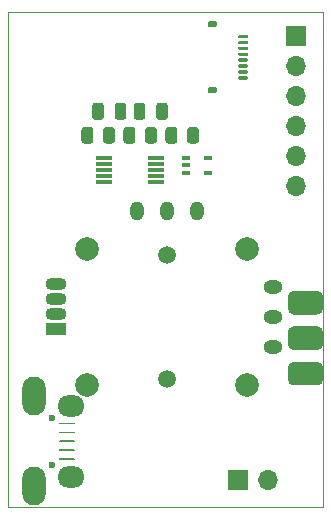
<source format=gbs>
%TF.GenerationSoftware,KiCad,Pcbnew,(5.1.7)-1*%
%TF.CreationDate,2021-06-20T23:08:26+01:00*%
%TF.ProjectId,RcCtlHw,52634374-6c48-4772-9e6b-696361645f70,rev?*%
%TF.SameCoordinates,Original*%
%TF.FileFunction,Soldermask,Bot*%
%TF.FilePolarity,Negative*%
%FSLAX46Y46*%
G04 Gerber Fmt 4.6, Leading zero omitted, Abs format (unit mm)*
G04 Created by KiCad (PCBNEW (5.1.7)-1) date 2021-06-20 23:08:26*
%MOMM*%
%LPD*%
G01*
G04 APERTURE LIST*
%TA.AperFunction,Profile*%
%ADD10C,0.050000*%
%TD*%
%ADD11O,1.700000X1.700000*%
%ADD12R,1.700000X1.700000*%
%ADD13O,1.600000X1.200000*%
%ADD14O,1.200000X1.600000*%
%ADD15C,1.500000*%
%ADD16C,2.000000*%
%ADD17O,1.800000X1.070000*%
%ADD18R,1.800000X1.070000*%
%ADD19R,1.400000X0.300000*%
%ADD20O,2.000000X3.300000*%
%ADD21O,2.300000X1.800000*%
%ADD22C,0.600000*%
%ADD23R,0.650000X0.400000*%
G04 APERTURE END LIST*
D10*
X114300000Y-84455000D02*
X140970000Y-84455000D01*
X140970000Y-84455000D02*
X140970000Y-84836000D01*
X114300000Y-84709000D02*
X114300000Y-84455000D01*
X140970000Y-126365000D02*
X140970000Y-119380000D01*
X114300000Y-126365000D02*
X140970000Y-126365000D01*
X114300000Y-119380000D02*
X114300000Y-126365000D01*
X114300000Y-119380000D02*
X114300000Y-84709000D01*
X140970000Y-84836000D02*
X140970000Y-119380000D01*
%TO.C,SW1*%
G36*
G01*
X140970000Y-108547000D02*
X140970000Y-109547000D01*
G75*
G02*
X140470000Y-110047000I-500000J0D01*
G01*
X138470000Y-110047000D01*
G75*
G02*
X137970000Y-109547000I0J500000D01*
G01*
X137970000Y-108547000D01*
G75*
G02*
X138470000Y-108047000I500000J0D01*
G01*
X140470000Y-108047000D01*
G75*
G02*
X140970000Y-108547000I0J-500000D01*
G01*
G37*
G36*
G01*
X140970000Y-111547000D02*
X140970000Y-112547000D01*
G75*
G02*
X140470000Y-113047000I-500000J0D01*
G01*
X138470000Y-113047000D01*
G75*
G02*
X137970000Y-112547000I0J500000D01*
G01*
X137970000Y-111547000D01*
G75*
G02*
X138470000Y-111047000I500000J0D01*
G01*
X140470000Y-111047000D01*
G75*
G02*
X140970000Y-111547000I0J-500000D01*
G01*
G37*
G36*
G01*
X140970000Y-114547000D02*
X140970000Y-115547000D01*
G75*
G02*
X140470000Y-116047000I-500000J0D01*
G01*
X138470000Y-116047000D01*
G75*
G02*
X137970000Y-115547000I0J500000D01*
G01*
X137970000Y-114547000D01*
G75*
G02*
X138470000Y-114047000I500000J0D01*
G01*
X140470000Y-114047000D01*
G75*
G02*
X140970000Y-114547000I0J-500000D01*
G01*
G37*
%TD*%
D11*
%TO.C,J2*%
X138684000Y-99187000D03*
X138684000Y-96647000D03*
X138684000Y-94107000D03*
X138684000Y-91567000D03*
X138684000Y-89027000D03*
D12*
X138684000Y-86487000D03*
%TD*%
D13*
%TO.C,U4*%
X136761000Y-112776000D03*
X136761000Y-110236000D03*
X136761000Y-107696000D03*
D14*
X130301000Y-101236000D03*
X127761000Y-101236000D03*
X125221000Y-101236000D03*
D15*
X127761000Y-115486000D03*
X127761000Y-104986000D03*
D16*
X134511000Y-115986000D03*
X134511000Y-104486000D03*
X121011000Y-104486000D03*
X121011000Y-115986000D03*
%TD*%
D17*
%TO.C,D1*%
X118364000Y-107442000D03*
X118364000Y-108712000D03*
X118364000Y-109982000D03*
D18*
X118364000Y-111252000D03*
%TD*%
D19*
%TO.C,U3*%
X122387000Y-98790000D03*
X122387000Y-98290000D03*
X122387000Y-97790000D03*
X122387000Y-97290000D03*
X122387000Y-96790000D03*
X126787000Y-96790000D03*
X126787000Y-97290000D03*
X126787000Y-97790000D03*
X126787000Y-98290000D03*
X126787000Y-98790000D03*
%TD*%
D20*
%TO.C,J1*%
X116518000Y-116977000D03*
D21*
X119618000Y-117777000D03*
D20*
X116518000Y-124577000D03*
G36*
G01*
X119880500Y-119352000D02*
X118655500Y-119352000D01*
G75*
G02*
X118618000Y-119314500I0J37500D01*
G01*
X118618000Y-119239500D01*
G75*
G02*
X118655500Y-119202000I37500J0D01*
G01*
X119880500Y-119202000D01*
G75*
G02*
X119918000Y-119239500I0J-37500D01*
G01*
X119918000Y-119314500D01*
G75*
G02*
X119880500Y-119352000I-37500J0D01*
G01*
G37*
G36*
G01*
X119880500Y-120102000D02*
X118655500Y-120102000D01*
G75*
G02*
X118618000Y-120064500I0J37500D01*
G01*
X118618000Y-119989500D01*
G75*
G02*
X118655500Y-119952000I37500J0D01*
G01*
X119880500Y-119952000D01*
G75*
G02*
X119918000Y-119989500I0J-37500D01*
G01*
X119918000Y-120064500D01*
G75*
G02*
X119880500Y-120102000I-37500J0D01*
G01*
G37*
G36*
G01*
X119880500Y-122352000D02*
X118655500Y-122352000D01*
G75*
G02*
X118618000Y-122314500I0J37500D01*
G01*
X118618000Y-122239500D01*
G75*
G02*
X118655500Y-122202000I37500J0D01*
G01*
X119880500Y-122202000D01*
G75*
G02*
X119918000Y-122239500I0J-37500D01*
G01*
X119918000Y-122314500D01*
G75*
G02*
X119880500Y-122352000I-37500J0D01*
G01*
G37*
G36*
G01*
X119880500Y-121602000D02*
X118655500Y-121602000D01*
G75*
G02*
X118618000Y-121564500I0J37500D01*
G01*
X118618000Y-121489500D01*
G75*
G02*
X118655500Y-121452000I37500J0D01*
G01*
X119880500Y-121452000D01*
G75*
G02*
X119918000Y-121489500I0J-37500D01*
G01*
X119918000Y-121564500D01*
G75*
G02*
X119880500Y-121602000I-37500J0D01*
G01*
G37*
G36*
G01*
X119880500Y-120852000D02*
X118655500Y-120852000D01*
G75*
G02*
X118618000Y-120814500I0J37500D01*
G01*
X118618000Y-120739500D01*
G75*
G02*
X118655500Y-120702000I37500J0D01*
G01*
X119880500Y-120702000D01*
G75*
G02*
X119918000Y-120739500I0J-37500D01*
G01*
X119918000Y-120814500D01*
G75*
G02*
X119880500Y-120852000I-37500J0D01*
G01*
G37*
D22*
X118018000Y-118777000D03*
X118018000Y-122777000D03*
D21*
X119618000Y-123777000D03*
%TD*%
%TO.C,C6*%
G36*
G01*
X125915000Y-92362000D02*
X125915000Y-93312000D01*
G75*
G02*
X125665000Y-93562000I-250000J0D01*
G01*
X125165000Y-93562000D01*
G75*
G02*
X124915000Y-93312000I0J250000D01*
G01*
X124915000Y-92362000D01*
G75*
G02*
X125165000Y-92112000I250000J0D01*
G01*
X125665000Y-92112000D01*
G75*
G02*
X125915000Y-92362000I0J-250000D01*
G01*
G37*
G36*
G01*
X127815000Y-92362000D02*
X127815000Y-93312000D01*
G75*
G02*
X127565000Y-93562000I-250000J0D01*
G01*
X127065000Y-93562000D01*
G75*
G02*
X126815000Y-93312000I0J250000D01*
G01*
X126815000Y-92362000D01*
G75*
G02*
X127065000Y-92112000I250000J0D01*
G01*
X127565000Y-92112000D01*
G75*
G02*
X127815000Y-92362000I0J-250000D01*
G01*
G37*
%TD*%
%TO.C,R10*%
G36*
G01*
X126901000Y-94418999D02*
X126901000Y-95319001D01*
G75*
G02*
X126651001Y-95569000I-249999J0D01*
G01*
X126125999Y-95569000D01*
G75*
G02*
X125876000Y-95319001I0J249999D01*
G01*
X125876000Y-94418999D01*
G75*
G02*
X126125999Y-94169000I249999J0D01*
G01*
X126651001Y-94169000D01*
G75*
G02*
X126901000Y-94418999I0J-249999D01*
G01*
G37*
G36*
G01*
X125076000Y-94418999D02*
X125076000Y-95319001D01*
G75*
G02*
X124826001Y-95569000I-249999J0D01*
G01*
X124300999Y-95569000D01*
G75*
G02*
X124051000Y-95319001I0J249999D01*
G01*
X124051000Y-94418999D01*
G75*
G02*
X124300999Y-94169000I249999J0D01*
G01*
X124826001Y-94169000D01*
G75*
G02*
X125076000Y-94418999I0J-249999D01*
G01*
G37*
%TD*%
D23*
%TO.C,V2*%
X129352000Y-98059000D03*
X129352000Y-96759000D03*
X129352000Y-97409000D03*
X131252000Y-96759000D03*
X131252000Y-98059000D03*
%TD*%
%TO.C,J3*%
G36*
G01*
X134516000Y-87165000D02*
X133866000Y-87165000D01*
G75*
G02*
X133791000Y-87090000I0J75000D01*
G01*
X133791000Y-86940000D01*
G75*
G02*
X133866000Y-86865000I75000J0D01*
G01*
X134516000Y-86865000D01*
G75*
G02*
X134591000Y-86940000I0J-75000D01*
G01*
X134591000Y-87090000D01*
G75*
G02*
X134516000Y-87165000I-75000J0D01*
G01*
G37*
G36*
G01*
X134516000Y-87665000D02*
X133866000Y-87665000D01*
G75*
G02*
X133791000Y-87590000I0J75000D01*
G01*
X133791000Y-87440000D01*
G75*
G02*
X133866000Y-87365000I75000J0D01*
G01*
X134516000Y-87365000D01*
G75*
G02*
X134591000Y-87440000I0J-75000D01*
G01*
X134591000Y-87590000D01*
G75*
G02*
X134516000Y-87665000I-75000J0D01*
G01*
G37*
G36*
G01*
X134516000Y-88165000D02*
X133866000Y-88165000D01*
G75*
G02*
X133791000Y-88090000I0J75000D01*
G01*
X133791000Y-87940000D01*
G75*
G02*
X133866000Y-87865000I75000J0D01*
G01*
X134516000Y-87865000D01*
G75*
G02*
X134591000Y-87940000I0J-75000D01*
G01*
X134591000Y-88090000D01*
G75*
G02*
X134516000Y-88165000I-75000J0D01*
G01*
G37*
G36*
G01*
X134516000Y-88665000D02*
X133866000Y-88665000D01*
G75*
G02*
X133791000Y-88590000I0J75000D01*
G01*
X133791000Y-88440000D01*
G75*
G02*
X133866000Y-88365000I75000J0D01*
G01*
X134516000Y-88365000D01*
G75*
G02*
X134591000Y-88440000I0J-75000D01*
G01*
X134591000Y-88590000D01*
G75*
G02*
X134516000Y-88665000I-75000J0D01*
G01*
G37*
G36*
G01*
X134516000Y-89165000D02*
X133866000Y-89165000D01*
G75*
G02*
X133791000Y-89090000I0J75000D01*
G01*
X133791000Y-88940000D01*
G75*
G02*
X133866000Y-88865000I75000J0D01*
G01*
X134516000Y-88865000D01*
G75*
G02*
X134591000Y-88940000I0J-75000D01*
G01*
X134591000Y-89090000D01*
G75*
G02*
X134516000Y-89165000I-75000J0D01*
G01*
G37*
G36*
G01*
X134516000Y-89665000D02*
X133866000Y-89665000D01*
G75*
G02*
X133791000Y-89590000I0J75000D01*
G01*
X133791000Y-89440000D01*
G75*
G02*
X133866000Y-89365000I75000J0D01*
G01*
X134516000Y-89365000D01*
G75*
G02*
X134591000Y-89440000I0J-75000D01*
G01*
X134591000Y-89590000D01*
G75*
G02*
X134516000Y-89665000I-75000J0D01*
G01*
G37*
G36*
G01*
X134516000Y-90165000D02*
X133866000Y-90165000D01*
G75*
G02*
X133791000Y-90090000I0J75000D01*
G01*
X133791000Y-89940000D01*
G75*
G02*
X133866000Y-89865000I75000J0D01*
G01*
X134516000Y-89865000D01*
G75*
G02*
X134591000Y-89940000I0J-75000D01*
G01*
X134591000Y-90090000D01*
G75*
G02*
X134516000Y-90165000I-75000J0D01*
G01*
G37*
G36*
G01*
X134516000Y-86665000D02*
X133866000Y-86665000D01*
G75*
G02*
X133791000Y-86590000I0J75000D01*
G01*
X133791000Y-86440000D01*
G75*
G02*
X133866000Y-86365000I75000J0D01*
G01*
X134516000Y-86365000D01*
G75*
G02*
X134591000Y-86440000I0J-75000D01*
G01*
X134591000Y-86590000D01*
G75*
G02*
X134516000Y-86665000I-75000J0D01*
G01*
G37*
G36*
G01*
X131866000Y-91315000D02*
X131316000Y-91315000D01*
G75*
G02*
X131191000Y-91190000I0J125000D01*
G01*
X131191000Y-90940000D01*
G75*
G02*
X131316000Y-90815000I125000J0D01*
G01*
X131866000Y-90815000D01*
G75*
G02*
X131991000Y-90940000I0J-125000D01*
G01*
X131991000Y-91190000D01*
G75*
G02*
X131866000Y-91315000I-125000J0D01*
G01*
G37*
G36*
G01*
X131866000Y-85715000D02*
X131316000Y-85715000D01*
G75*
G02*
X131191000Y-85590000I0J125000D01*
G01*
X131191000Y-85340000D01*
G75*
G02*
X131316000Y-85215000I125000J0D01*
G01*
X131866000Y-85215000D01*
G75*
G02*
X131991000Y-85340000I0J-125000D01*
G01*
X131991000Y-85590000D01*
G75*
G02*
X131866000Y-85715000I-125000J0D01*
G01*
G37*
%TD*%
D12*
%TO.C,BT1*%
X133731000Y-124079000D03*
D11*
X136271000Y-124079000D03*
%TD*%
%TO.C,R9*%
G36*
G01*
X122320000Y-95319001D02*
X122320000Y-94418999D01*
G75*
G02*
X122569999Y-94169000I249999J0D01*
G01*
X123095001Y-94169000D01*
G75*
G02*
X123345000Y-94418999I0J-249999D01*
G01*
X123345000Y-95319001D01*
G75*
G02*
X123095001Y-95569000I-249999J0D01*
G01*
X122569999Y-95569000D01*
G75*
G02*
X122320000Y-95319001I0J249999D01*
G01*
G37*
G36*
G01*
X120495000Y-95319001D02*
X120495000Y-94418999D01*
G75*
G02*
X120744999Y-94169000I249999J0D01*
G01*
X121270001Y-94169000D01*
G75*
G02*
X121520000Y-94418999I0J-249999D01*
G01*
X121520000Y-95319001D01*
G75*
G02*
X121270001Y-95569000I-249999J0D01*
G01*
X120744999Y-95569000D01*
G75*
G02*
X120495000Y-95319001I0J249999D01*
G01*
G37*
%TD*%
%TO.C,R11*%
G36*
G01*
X127607000Y-95319001D02*
X127607000Y-94418999D01*
G75*
G02*
X127856999Y-94169000I249999J0D01*
G01*
X128382001Y-94169000D01*
G75*
G02*
X128632000Y-94418999I0J-249999D01*
G01*
X128632000Y-95319001D01*
G75*
G02*
X128382001Y-95569000I-249999J0D01*
G01*
X127856999Y-95569000D01*
G75*
G02*
X127607000Y-95319001I0J249999D01*
G01*
G37*
G36*
G01*
X129432000Y-95319001D02*
X129432000Y-94418999D01*
G75*
G02*
X129681999Y-94169000I249999J0D01*
G01*
X130207001Y-94169000D01*
G75*
G02*
X130457000Y-94418999I0J-249999D01*
G01*
X130457000Y-95319001D01*
G75*
G02*
X130207001Y-95569000I-249999J0D01*
G01*
X129681999Y-95569000D01*
G75*
G02*
X129432000Y-95319001I0J249999D01*
G01*
G37*
%TD*%
%TO.C,C9*%
G36*
G01*
X121409800Y-93312000D02*
X121409800Y-92362000D01*
G75*
G02*
X121659800Y-92112000I250000J0D01*
G01*
X122159800Y-92112000D01*
G75*
G02*
X122409800Y-92362000I0J-250000D01*
G01*
X122409800Y-93312000D01*
G75*
G02*
X122159800Y-93562000I-250000J0D01*
G01*
X121659800Y-93562000D01*
G75*
G02*
X121409800Y-93312000I0J250000D01*
G01*
G37*
G36*
G01*
X123309800Y-93312000D02*
X123309800Y-92362000D01*
G75*
G02*
X123559800Y-92112000I250000J0D01*
G01*
X124059800Y-92112000D01*
G75*
G02*
X124309800Y-92362000I0J-250000D01*
G01*
X124309800Y-93312000D01*
G75*
G02*
X124059800Y-93562000I-250000J0D01*
G01*
X123559800Y-93562000D01*
G75*
G02*
X123309800Y-93312000I0J250000D01*
G01*
G37*
%TD*%
M02*

</source>
